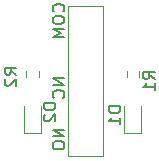
<source format=gbr>
%TF.GenerationSoftware,KiCad,Pcbnew,(6.0.11)*%
%TF.CreationDate,2023-02-04T21:56:39-06:00*%
%TF.ProjectId,Euclid Reverse Engineer,4575636c-6964-4205-9265-766572736520,rev?*%
%TF.SameCoordinates,Original*%
%TF.FileFunction,Legend,Bot*%
%TF.FilePolarity,Positive*%
%FSLAX46Y46*%
G04 Gerber Fmt 4.6, Leading zero omitted, Abs format (unit mm)*
G04 Created by KiCad (PCBNEW (6.0.11)) date 2023-02-04 21:56:39*
%MOMM*%
%LPD*%
G01*
G04 APERTURE LIST*
%ADD10C,0.150000*%
%ADD11C,0.120000*%
G04 APERTURE END LIST*
D10*
%TO.C,J1*%
X148857142Y-102726190D02*
X148904761Y-102678571D01*
X148952380Y-102535714D01*
X148952380Y-102440476D01*
X148904761Y-102297619D01*
X148809523Y-102202380D01*
X148714285Y-102154761D01*
X148523809Y-102107142D01*
X148380952Y-102107142D01*
X148190476Y-102154761D01*
X148095238Y-102202380D01*
X148000000Y-102297619D01*
X147952380Y-102440476D01*
X147952380Y-102535714D01*
X148000000Y-102678571D01*
X148047619Y-102726190D01*
X147952380Y-103345238D02*
X147952380Y-103535714D01*
X148000000Y-103630952D01*
X148095238Y-103726190D01*
X148285714Y-103773809D01*
X148619047Y-103773809D01*
X148809523Y-103726190D01*
X148904761Y-103630952D01*
X148952380Y-103535714D01*
X148952380Y-103345238D01*
X148904761Y-103250000D01*
X148809523Y-103154761D01*
X148619047Y-103107142D01*
X148285714Y-103107142D01*
X148095238Y-103154761D01*
X148000000Y-103250000D01*
X147952380Y-103345238D01*
X148952380Y-104202380D02*
X147952380Y-104202380D01*
X148666666Y-104535714D01*
X147952380Y-104869047D01*
X148952380Y-104869047D01*
X148952380Y-108392857D02*
X147952380Y-108392857D01*
X148952380Y-108964285D01*
X147952380Y-108964285D01*
X148857142Y-110011904D02*
X148904761Y-109964285D01*
X148952380Y-109821428D01*
X148952380Y-109726190D01*
X148904761Y-109583333D01*
X148809523Y-109488095D01*
X148714285Y-109440476D01*
X148523809Y-109392857D01*
X148380952Y-109392857D01*
X148190476Y-109440476D01*
X148095238Y-109488095D01*
X148000000Y-109583333D01*
X147952380Y-109726190D01*
X147952380Y-109821428D01*
X148000000Y-109964285D01*
X148047619Y-110011904D01*
X148952380Y-112726190D02*
X147952380Y-112726190D01*
X148952380Y-113297619D01*
X147952380Y-113297619D01*
X147952380Y-113964285D02*
X147952380Y-114154761D01*
X148000000Y-114250000D01*
X148095238Y-114345238D01*
X148285714Y-114392857D01*
X148619047Y-114392857D01*
X148809523Y-114345238D01*
X148904761Y-114250000D01*
X148952380Y-114154761D01*
X148952380Y-113964285D01*
X148904761Y-113869047D01*
X148809523Y-113773809D01*
X148619047Y-113726190D01*
X148285714Y-113726190D01*
X148095238Y-113773809D01*
X148000000Y-113869047D01*
X147952380Y-113964285D01*
%TO.C,R1*%
X156602380Y-108433333D02*
X156126190Y-108100000D01*
X156602380Y-107861904D02*
X155602380Y-107861904D01*
X155602380Y-108242857D01*
X155650000Y-108338095D01*
X155697619Y-108385714D01*
X155792857Y-108433333D01*
X155935714Y-108433333D01*
X156030952Y-108385714D01*
X156078571Y-108338095D01*
X156126190Y-108242857D01*
X156126190Y-107861904D01*
X156602380Y-109385714D02*
X156602380Y-108814285D01*
X156602380Y-109100000D02*
X155602380Y-109100000D01*
X155745238Y-109004761D01*
X155840476Y-108909523D01*
X155888095Y-108814285D01*
%TO.C,D1*%
X153702380Y-110761904D02*
X152702380Y-110761904D01*
X152702380Y-111000000D01*
X152750000Y-111142857D01*
X152845238Y-111238095D01*
X152940476Y-111285714D01*
X153130952Y-111333333D01*
X153273809Y-111333333D01*
X153464285Y-111285714D01*
X153559523Y-111238095D01*
X153654761Y-111142857D01*
X153702380Y-111000000D01*
X153702380Y-110761904D01*
X153702380Y-112285714D02*
X153702380Y-111714285D01*
X153702380Y-112000000D02*
X152702380Y-112000000D01*
X152845238Y-111904761D01*
X152940476Y-111809523D01*
X152988095Y-111714285D01*
%TO.C,D2*%
X148202380Y-110511904D02*
X147202380Y-110511904D01*
X147202380Y-110750000D01*
X147250000Y-110892857D01*
X147345238Y-110988095D01*
X147440476Y-111035714D01*
X147630952Y-111083333D01*
X147773809Y-111083333D01*
X147964285Y-111035714D01*
X148059523Y-110988095D01*
X148154761Y-110892857D01*
X148202380Y-110750000D01*
X148202380Y-110511904D01*
X147297619Y-111464285D02*
X147250000Y-111511904D01*
X147202380Y-111607142D01*
X147202380Y-111845238D01*
X147250000Y-111940476D01*
X147297619Y-111988095D01*
X147392857Y-112035714D01*
X147488095Y-112035714D01*
X147630952Y-111988095D01*
X148202380Y-111416666D01*
X148202380Y-112035714D01*
%TO.C,R2*%
X144902380Y-108070591D02*
X144426190Y-107737258D01*
X144902380Y-107499162D02*
X143902380Y-107499162D01*
X143902380Y-107880115D01*
X143950000Y-107975353D01*
X143997619Y-108022972D01*
X144092857Y-108070591D01*
X144235714Y-108070591D01*
X144330952Y-108022972D01*
X144378571Y-107975353D01*
X144426190Y-107880115D01*
X144426190Y-107499162D01*
X143997619Y-108451543D02*
X143950000Y-108499162D01*
X143902380Y-108594400D01*
X143902380Y-108832496D01*
X143950000Y-108927734D01*
X143997619Y-108975353D01*
X144092857Y-109022972D01*
X144188095Y-109022972D01*
X144330952Y-108975353D01*
X144902380Y-108403924D01*
X144902380Y-109022972D01*
D11*
%TO.C,J1*%
X149250000Y-102250000D02*
X152250000Y-102250000D01*
X152250000Y-102250000D02*
X152250000Y-115000000D01*
X152250000Y-115000000D02*
X149250000Y-115000000D01*
X149250000Y-115000000D02*
X149250000Y-102250000D01*
%TO.C,R1*%
X155272500Y-107762742D02*
X155272500Y-108237258D01*
X154227500Y-107762742D02*
X154227500Y-108237258D01*
%TO.C,D1*%
X154015000Y-112985000D02*
X154015000Y-110700000D01*
X155485000Y-110700000D02*
X155485000Y-112985000D01*
X155485000Y-112985000D02*
X154015000Y-112985000D01*
%TO.C,D2*%
X145515000Y-112985000D02*
X145515000Y-110700000D01*
X146985000Y-112985000D02*
X145515000Y-112985000D01*
X146985000Y-110700000D02*
X146985000Y-112985000D01*
%TO.C,R2*%
X146772500Y-107762742D02*
X146772500Y-108237258D01*
X145727500Y-107762742D02*
X145727500Y-108237258D01*
%TD*%
M02*

</source>
